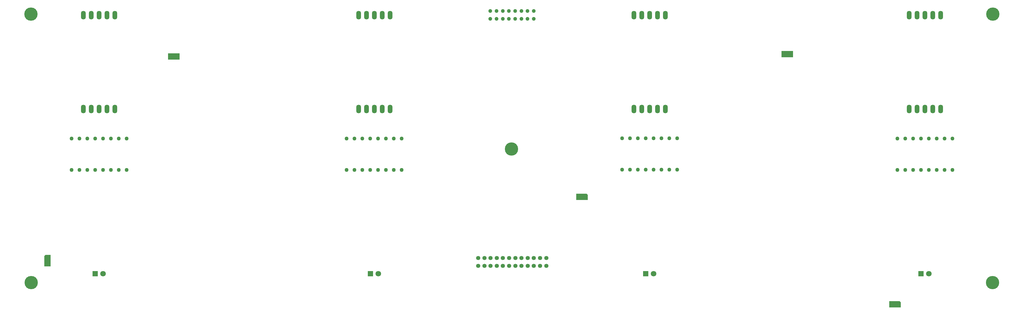
<source format=gbr>
%TF.GenerationSoftware,KiCad,Pcbnew,8.0.8-8.0.8-0~ubuntu24.04.1*%
%TF.CreationDate,2025-08-07T17:00:54-04:00*%
%TF.ProjectId,display_15_in,64697370-6c61-4795-9f31-355f696e2e6b,2*%
%TF.SameCoordinates,Original*%
%TF.FileFunction,Soldermask,Bot*%
%TF.FilePolarity,Negative*%
%FSLAX46Y46*%
G04 Gerber Fmt 4.6, Leading zero omitted, Abs format (unit mm)*
G04 Created by KiCad (PCBNEW 8.0.8-8.0.8-0~ubuntu24.04.1) date 2025-08-07 17:00:54*
%MOMM*%
%LPD*%
G01*
G04 APERTURE LIST*
G04 Aperture macros list*
%AMOutline5P*
0 Free polygon, 5 corners , with rotation*
0 The origin of the aperture is its center*
0 number of corners: always 5*
0 $1 to $10 corner X, Y*
0 $11 Rotation angle, in degrees counterclockwise*
0 create outline with 5 corners*
4,1,5,$1,$2,$3,$4,$5,$6,$7,$8,$9,$10,$1,$2,$11*%
%AMOutline6P*
0 Free polygon, 6 corners , with rotation*
0 The origin of the aperture is its center*
0 number of corners: always 6*
0 $1 to $12 corner X, Y*
0 $13 Rotation angle, in degrees counterclockwise*
0 create outline with 6 corners*
4,1,6,$1,$2,$3,$4,$5,$6,$7,$8,$9,$10,$11,$12,$1,$2,$13*%
%AMOutline7P*
0 Free polygon, 7 corners , with rotation*
0 The origin of the aperture is its center*
0 number of corners: always 7*
0 $1 to $14 corner X, Y*
0 $15 Rotation angle, in degrees counterclockwise*
0 create outline with 7 corners*
4,1,7,$1,$2,$3,$4,$5,$6,$7,$8,$9,$10,$11,$12,$13,$14,$1,$2,$15*%
%AMOutline8P*
0 Free polygon, 8 corners , with rotation*
0 The origin of the aperture is its center*
0 number of corners: always 8*
0 $1 to $16 corner X, Y*
0 $17 Rotation angle, in degrees counterclockwise*
0 create outline with 8 corners*
4,1,8,$1,$2,$3,$4,$5,$6,$7,$8,$9,$10,$11,$12,$13,$14,$15,$16,$1,$2,$17*%
G04 Aperture macros list end*
%ADD10C,1.270000*%
%ADD11R,1.800000X1.800000*%
%ADD12C,1.800000*%
%ADD13C,4.300000*%
%ADD14O,1.512000X2.820000*%
%ADD15C,1.219200*%
%ADD16C,1.346200*%
%ADD17R,3.800000X2.000000*%
%ADD18Outline5P,-1.900000X1.000000X1.900000X1.000000X1.900000X-1.000000X-1.500000X-1.000000X-1.900000X-0.600000X180.000000*%
%ADD19Outline5P,-1.900000X1.000000X1.900000X1.000000X1.900000X-1.000000X-1.500000X-1.000000X-1.900000X-0.600000X270.000000*%
G04 APERTURE END LIST*
D10*
%TO.C,T4*%
X343027000Y-137621000D03*
X345567000Y-137621000D03*
X348107000Y-137621000D03*
X350647000Y-137621000D03*
X353187000Y-137621000D03*
X355727000Y-137621000D03*
X358267000Y-137621000D03*
X360807000Y-137621000D03*
X360807000Y-127461000D03*
X358267000Y-127461000D03*
X355727000Y-127461000D03*
X353187000Y-127461000D03*
X350647000Y-127461000D03*
X348107000Y-127461000D03*
X345567000Y-127461000D03*
X343027000Y-127461000D03*
%TD*%
D11*
%TO.C,PT2*%
X172842000Y-171276000D03*
D12*
X175382000Y-171276000D03*
%TD*%
D13*
%TO.C,REF\u002A\u002A*%
X373761000Y-174117000D03*
%TD*%
D11*
%TO.C,PT3*%
X261742000Y-171276000D03*
D12*
X264282000Y-171276000D03*
%TD*%
D13*
%TO.C,REF\u002A\u002A*%
X373888000Y-87122000D03*
%TD*%
%TO.C,REF\u002A\u002A*%
X218440000Y-130810000D03*
%TD*%
%TO.C,REF\u002A\u002A*%
X63309501Y-174117000D03*
%TD*%
D14*
%TO.C,U7*%
X169037000Y-117896000D03*
X171577000Y-117896000D03*
X174117000Y-117896000D03*
X176657000Y-117896000D03*
X179197000Y-117896000D03*
X169037000Y-87496000D03*
X171577000Y-87496000D03*
X174117000Y-87496000D03*
X176657000Y-87496000D03*
X179197000Y-87496000D03*
%TD*%
D10*
%TO.C,T1*%
X76301600Y-137597500D03*
X78841600Y-137597500D03*
X81381600Y-137597500D03*
X83921600Y-137597500D03*
X86461600Y-137597500D03*
X89001600Y-137597500D03*
X91541600Y-137597500D03*
X94081600Y-137597500D03*
X94081600Y-127437500D03*
X91541600Y-127437500D03*
X89001600Y-127437500D03*
X86461600Y-127437500D03*
X83921600Y-127437500D03*
X81381600Y-127437500D03*
X78841600Y-127437500D03*
X76301600Y-127437500D03*
%TD*%
D13*
%TO.C,REF\u002A\u002A*%
X63246000Y-87122000D03*
%TD*%
D14*
%TO.C,U6*%
X80137000Y-117896000D03*
X82677000Y-117896000D03*
X85217000Y-117896000D03*
X87757000Y-117896000D03*
X90297000Y-117896000D03*
X80137000Y-87496000D03*
X82677000Y-87496000D03*
X85217000Y-87496000D03*
X87757000Y-87496000D03*
X90297000Y-87496000D03*
%TD*%
%TO.C,U8*%
X257937000Y-117896000D03*
X260477000Y-117896000D03*
X263017000Y-117896000D03*
X265557000Y-117896000D03*
X268097000Y-117896000D03*
X257937000Y-87496000D03*
X260477000Y-87496000D03*
X263017000Y-87496000D03*
X265557000Y-87496000D03*
X268097000Y-87496000D03*
%TD*%
D10*
%TO.C,T3*%
X254127000Y-137574000D03*
X256667000Y-137574000D03*
X259207000Y-137574000D03*
X261747000Y-137574000D03*
X264287000Y-137574000D03*
X266827000Y-137574000D03*
X269367000Y-137574000D03*
X271907000Y-137574000D03*
X271907000Y-127414000D03*
X269367000Y-127414000D03*
X266827000Y-127414000D03*
X264287000Y-127414000D03*
X261747000Y-127414000D03*
X259207000Y-127414000D03*
X256667000Y-127414000D03*
X254127000Y-127414000D03*
%TD*%
D15*
%TO.C,U1*%
X225583886Y-88726000D03*
X223583887Y-88726000D03*
X221583886Y-88726000D03*
X219583887Y-88726000D03*
X217583886Y-88726000D03*
X215583888Y-88726000D03*
X213583887Y-88726000D03*
X211583886Y-88726000D03*
X225583886Y-86186000D03*
X223583887Y-86186000D03*
X221583886Y-86186000D03*
X219583887Y-86186000D03*
X217583886Y-86186000D03*
X215583888Y-86186000D03*
X213583887Y-86186000D03*
X211583886Y-86186000D03*
%TD*%
D16*
%TO.C,J1*%
X229643641Y-168696000D03*
X229643641Y-166196000D03*
X227643640Y-168696000D03*
X227643640Y-166196000D03*
X225643642Y-168696000D03*
X225643642Y-166196000D03*
X223643640Y-168696000D03*
X223643640Y-166196000D03*
X221643642Y-168696000D03*
X221643642Y-166196000D03*
X219643641Y-168696000D03*
X219643641Y-166196000D03*
X217643640Y-168696000D03*
X217643640Y-166196000D03*
X215643641Y-168696000D03*
X215643641Y-166196000D03*
X213643640Y-168696000D03*
X213643640Y-166196000D03*
X211643642Y-168696000D03*
X211643642Y-166196000D03*
X209643641Y-168696000D03*
X209643641Y-166196000D03*
X207643642Y-168696000D03*
X207643642Y-166196000D03*
%TD*%
D11*
%TO.C,PT1*%
X83942000Y-171276000D03*
D12*
X86482000Y-171276000D03*
%TD*%
D14*
%TO.C,U9*%
X346837000Y-117896000D03*
X349377000Y-117896000D03*
X351917000Y-117896000D03*
X354457000Y-117896000D03*
X356997000Y-117896000D03*
X346837000Y-87496000D03*
X349377000Y-87496000D03*
X351917000Y-87496000D03*
X354457000Y-87496000D03*
X356997000Y-87496000D03*
%TD*%
D11*
%TO.C,PT4*%
X350642000Y-171276000D03*
D12*
X353182000Y-171276000D03*
%TD*%
D10*
%TO.C,T2*%
X165125400Y-137621000D03*
X167665400Y-137621000D03*
X170205400Y-137621000D03*
X172745400Y-137621000D03*
X175285400Y-137621000D03*
X177825400Y-137621000D03*
X180365400Y-137621000D03*
X182905400Y-137621000D03*
X182905400Y-127461000D03*
X180365400Y-127461000D03*
X177825400Y-127461000D03*
X175285400Y-127461000D03*
X172745400Y-127461000D03*
X170205400Y-127461000D03*
X167665400Y-127461000D03*
X165125400Y-127461000D03*
%TD*%
D17*
%TO.C,GND4*%
X307467000Y-100156000D03*
%TD*%
D18*
%TO.C,3V3*%
X241173000Y-146384000D03*
%TD*%
D19*
%TO.C,3V1*%
X68580000Y-167005000D03*
%TD*%
D17*
%TO.C,GND3*%
X109347000Y-100918000D03*
%TD*%
D18*
%TO.C,3V2*%
X342265000Y-181182000D03*
%TD*%
M02*

</source>
